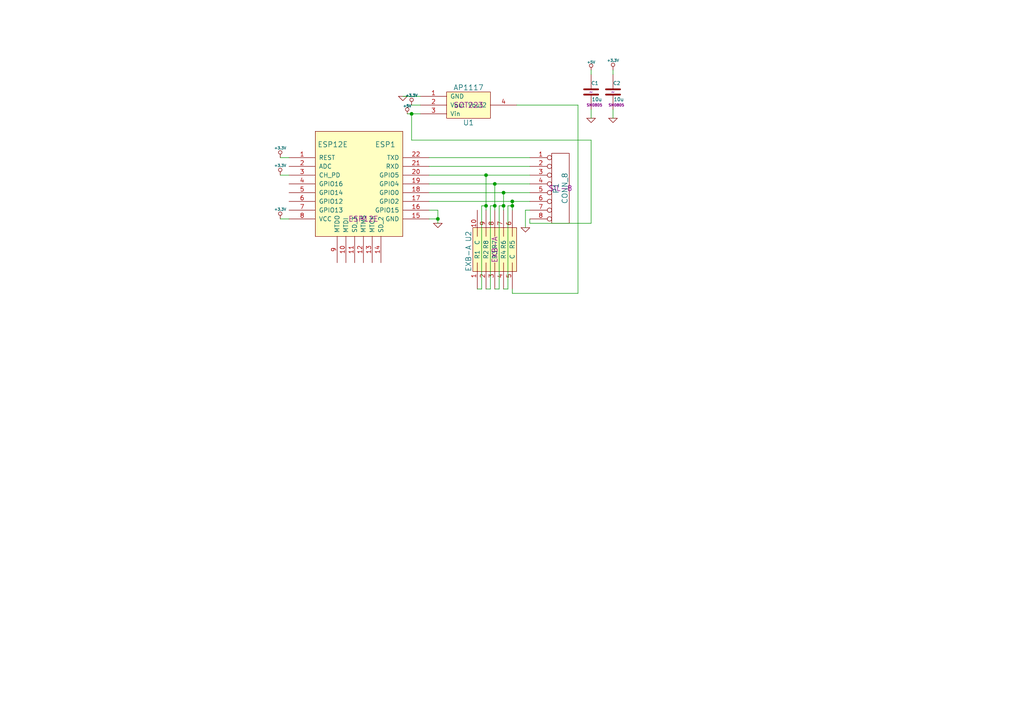
<source format=kicad_sch>
(kicad_sch (version 20230121) (generator eeschema)
  (paper "A4")
  (title_block (title "noname.sch") (date "10 oct 2015"))
  (lib_symbols
    (symbol "esp12e-generics-rescue:+3.3V" (power) (pin_names (offset 0))
      (property "Value" "+3.3V" (at 0 2.794 0))
      (symbol "+3.3V_0_0"
        (pin power_in line (at 0 0 90) (length 0) hide (name "+3.3V") (number "1"))
      )
      (symbol "+3.3V_0_1"
        (polyline (pts (xy 0 0) (xy 0 1.016) (xy 0 1.016)))
        (circle (center 0 1.524) (radius 0.508))
      )
    )
    (symbol "esp12e-generics-rescue:+5V" (power) (pin_names (offset 1.016))
      (property "Value" "+5V" (at 0 2.286 0))
      (symbol "+5V_0_0"
        (pin power_in line (at 0 0 90) (length 0) hide (name "+5V") (number "1"))
      )
      (symbol "+5V_0_1"
        (polyline (pts (xy 0 0) (xy 0 0.762) (xy 0 0.762) (xy 0 0.762)))
        (circle (center 0 1.27) (radius 0.508))
      )
    )
    (symbol "esp12e-generics-rescue:AP1117" (pin_names (offset 1.016))
      (property "Reference" "U" (at 0 5.08 0))
      (property "Value" "AP1117" (at 0 -5.08 0))
      (symbol "AP1117_0_1"
        (rectangle (start -6.35 3.81) (end 6.35 -3.81) (fill (type background)))
      )
      (symbol "AP1117_1_1"
        (pin bidirectional line (at 13.97 -2.54 180) (length 7.62) (name "GND") (number "1"))
        (pin bidirectional line (at 13.97 0 180) (length 7.62) (name "Vout") (number "2"))
        (pin bidirectional line (at 13.97 2.54 180) (length 7.62) (name "Vin") (number "3"))
        (pin bidirectional line (at -13.97 0 0) (length 7.62) (name "Vout2") (number "4"))
      )
    )
    (symbol "esp12e-generics-rescue:C" (pin_numbers hide) (pin_names (offset 0.254))
      (property "Reference" "C" (at 0 2.54 0))
      (property "Value" "C" (at 0.1524 -2.159 0))
      (symbol "C_0_1"
        (polyline (pts (xy -2.032 -0.762) (xy 2.032 -0.762)) (stroke (width 0.508)))
        (polyline (pts (xy -2.032 0.762) (xy 2.032 0.762)) (stroke (width 0.508)))
      )
      (symbol "C_1_1"
        (pin passive line (at 0 5.08 270) (length 4.318) (name "~") (number "1"))
        (pin passive line (at 0 -5.08 90) (length 4.318) (name "~") (number "2"))
      )
    )
    (symbol "esp12e-generics-rescue:CONN_8" (pin_names (offset 1.016) hide)
      (property "Reference" "P" (at -1.27 0 90))
      (property "Value" "CONN_8" (at 1.27 0 90))
      (symbol "CONN_8_0_1"
        (rectangle (start -2.54 10.16) (end 2.54 -10.16))
      )
      (symbol "CONN_8_1_1"
        (pin passive inverted (at -8.89 8.89 0) (length 6.35) (name "P1") (number "1"))
        (pin passive inverted (at -8.89 6.35 0) (length 6.35) (name "P2") (number "2"))
        (pin passive inverted (at -8.89 3.81 0) (length 6.35) (name "P3") (number "3"))
        (pin passive inverted (at -8.89 1.27 0) (length 6.35) (name "P4") (number "4"))
        (pin passive inverted (at -8.89 -1.27 0) (length 6.35) (name "P5") (number "5"))
        (pin passive inverted (at -8.89 -3.81 0) (length 6.35) (name "P6") (number "6"))
        (pin passive inverted (at -8.89 -6.35 0) (length 6.35) (name "P7") (number "7"))
        (pin passive inverted (at -8.89 -8.89 0) (length 6.35) (name "P8") (number "8"))
      )
    )
    (symbol "esp12e-generics-rescue:ESP12E" (pin_names (offset 1.016))
      (property "Reference" "ESP" (at 7.62 15.24 0))
      (property "Value" "ESP12E" (at -7.62 15.24 0))
      (symbol "ESP12E_0_1"
        (rectangle (start -12.7 19.05) (end 12.7 -11.43) (fill (type background)))
      )
      (symbol "ESP12E_1_1"
        (pin input line (at -20.32 11.43 0) (length 7.62) (name "REST") (number "1"))
        (pin input line (at -3.81 -19.05 90) (length 7.62) (name "MTDI") (number "10"))
        (pin input line (at -1.27 -19.05 90) (length 7.62) (name "SD_3") (number "11"))
        (pin input line (at 1.27 -19.05 90) (length 7.62) (name "MTMS") (number "12"))
        (pin input line (at 3.81 -19.05 90) (length 7.62) (name "MTCK") (number "13"))
        (pin input line (at 6.35 -19.05 90) (length 7.62) (name "SD_2") (number "14"))
        (pin input line (at 20.32 -6.35 180) (length 7.62) (name "GND") (number "15"))
        (pin input line (at 20.32 -3.81 180) (length 7.62) (name "GPIO15") (number "16"))
        (pin input line (at 20.32 -1.27 180) (length 7.62) (name "GPIO2") (number "17"))
        (pin input line (at 20.32 1.27 180) (length 7.62) (name "GPIO0") (number "18"))
        (pin input line (at 20.32 3.81 180) (length 7.62) (name "GPIO4") (number "19"))
        (pin input line (at -20.32 8.89 0) (length 7.62) (name "ADC") (number "2"))
        (pin input line (at 20.32 6.35 180) (length 7.62) (name "GPIO5") (number "20"))
        (pin input line (at 20.32 8.89 180) (length 7.62) (name "RXD") (number "21"))
        (pin input line (at 20.32 11.43 180) (length 7.62) (name "TXD") (number "22"))
        (pin input line (at -20.32 6.35 0) (length 7.62) (name "CH_PD") (number "3"))
        (pin input line (at -20.32 3.81 0) (length 7.62) (name "GPIO16") (number "4"))
        (pin input line (at -20.32 1.27 0) (length 7.62) (name "GPIO14") (number "5"))
        (pin input line (at -20.32 -1.27 0) (length 7.62) (name "GPIO12") (number "6"))
        (pin input line (at -20.32 -3.81 0) (length 7.62) (name "GPIO13") (number "7"))
        (pin input line (at -20.32 -6.35 0) (length 7.62) (name "VCC") (number "8"))
        (pin input line (at -6.35 -19.05 90) (length 7.62) (name "MTDO") (number "9"))
      )
    )
    (symbol "esp12e-generics-rescue:EXB-A" (pin_names (offset 1.016))
      (property "Reference" "U" (at 3.81 7.62 0))
      (property "Value" "EXB-A" (at -2.54 7.62 0))
      (symbol "EXB-A_0_1"
        (rectangle (start -6.35 6.35) (end 6.35 -6.35) (fill (type background)))
      )
      (symbol "EXB-A_1_1"
        (pin bidirectional line (at -11.43 5.08 0) (length 7.62) (name "R1") (number "1"))
        (pin bidirectional line (at 11.43 5.08 180) (length 7.62) (name "C") (number "10"))
        (pin bidirectional line (at -11.43 2.54 0) (length 7.62) (name "R2") (number "2"))
        (pin bidirectional line (at -11.43 0 0) (length 7.62) (name "R3") (number "3"))
        (pin bidirectional line (at -11.43 -2.54 0) (length 7.62) (name "R4") (number "4"))
        (pin bidirectional line (at -11.43 -5.08 0) (length 7.62) (name "C") (number "5"))
        (pin bidirectional line (at 11.43 -5.08 180) (length 7.62) (name "R5") (number "6"))
        (pin bidirectional line (at 11.43 -2.54 180) (length 7.62) (name "R6") (number "7"))
        (pin bidirectional line (at 11.43 0 180) (length 7.62) (name "R7") (number "8"))
        (pin bidirectional line (at 11.43 2.54 180) (length 7.62) (name "R8") (number "9"))
      )
    )
    (symbol "esp12e-generics-rescue:GND" (power) (pin_names (offset 0))
      (symbol "GND_0_1"
        (polyline (pts (xy -1.27 0) (xy 0 -1.27) (xy 1.27 0) (xy -1.27 0)))
      )
      (symbol "GND_1_1"
        (pin power_in line (at 0 0 90) (length 0) hide (name "GND") (number "1"))
      )
    )
  )
  (junction (at 143.51 59.69))
  (junction (at 146.05 55.88))
  (junction (at 148.59 59.69))
  (junction (at 148.59 58.42))
  (junction (at 140.97 59.69))
  (junction (at 127 63.5))
  (junction (at 119.38 33.02))
  (junction (at 143.51 53.34))
  (junction (at 140.97 50.8))
  (junction (at 146.05 59.69))
  (wire (pts (xy 153.67 64.77) (xy 153.67 63.5)))
  (wire (pts (xy 144.78 83.82) (xy 143.51 83.82)))
  (wire (pts (xy 127 60.96) (xy 127 63.5)))
  (wire (pts (xy 142.24 59.69) (xy 142.24 83.82)))
  (wire (pts (xy 144.78 59.69) (xy 144.78 83.82)))
  (wire (pts (xy 146.05 59.69) (xy 144.78 59.69)))
  (wire (pts (xy 81.28 50.8) (xy 83.82 50.8)))
  (wire (pts (xy 139.7 59.69) (xy 140.97 59.69)))
  (wire (pts (xy 149.86 30.48) (xy 167.64 30.48)))
  (wire (pts (xy 146.05 55.88) (xy 146.05 59.69)))
  (wire (pts (xy 143.51 53.34) (xy 143.51 59.69)))
  (wire (pts (xy 81.28 45.72) (xy 83.82 45.72)))
  (wire (pts (xy 143.51 59.69) (xy 142.24 59.69)))
  (wire (pts (xy 119.38 33.02) (xy 121.92 33.02)))
  (wire (pts (xy 124.46 58.42) (xy 148.59 58.42)))
  (wire (pts (xy 152.4 66.04) (xy 152.4 60.96)))
  (wire (pts (xy 127 63.5) (xy 124.46 63.5)))
  (wire (pts (xy 119.38 40.64) (xy 171.45 40.64)))
  (wire (pts (xy 124.46 55.88) (xy 146.05 55.88)))
  (wire (pts (xy 148.59 58.42) (xy 153.67 58.42)))
  (wire (pts (xy 119.38 33.02) (xy 119.38 40.64)))
  (wire (pts (xy 146.05 55.88) (xy 153.67 55.88)))
  (wire (pts (xy 140.97 50.8) (xy 140.97 59.69)))
  (wire (pts (xy 116.84 27.94) (xy 121.92 27.94)))
  (wire (pts (xy 140.97 59.69) (xy 140.97 60.96)))
  (wire (pts (xy 177.8 20.32) (xy 177.8 21.59)))
  (wire (pts (xy 127 63.5) (xy 127 64.77)))
  (wire (pts (xy 139.7 83.82) (xy 139.7 59.69)))
  (wire (pts (xy 124.46 48.26) (xy 153.67 48.26)))
  (wire (pts (xy 152.4 60.96) (xy 153.67 60.96)))
  (wire (pts (xy 167.64 85.09) (xy 167.64 30.48)))
  (wire (pts (xy 148.59 85.09) (xy 167.64 85.09)))
  (wire (pts (xy 148.59 59.69) (xy 148.59 60.96)))
  (wire (pts (xy 171.45 34.29) (xy 171.45 31.75)))
  (wire (pts (xy 177.8 34.29) (xy 177.8 31.75)))
  (wire (pts (xy 171.45 20.32) (xy 171.45 21.59)))
  (wire (pts (xy 81.28 63.5) (xy 83.82 63.5)))
  (wire (pts (xy 119.38 30.48) (xy 121.92 30.48)))
  (wire (pts (xy 148.59 85.09) (xy 148.59 83.82)))
  (wire (pts (xy 147.32 83.82) (xy 146.05 83.82)))
  (wire (pts (xy 143.51 59.69) (xy 143.51 60.96)))
  (wire (pts (xy 140.97 50.8) (xy 153.67 50.8)))
  (wire (pts (xy 124.46 53.34) (xy 143.51 53.34)))
  (wire (pts (xy 147.32 59.69) (xy 147.32 83.82)))
  (wire (pts (xy 124.46 50.8) (xy 140.97 50.8)))
  (wire (pts (xy 118.11 33.02) (xy 119.38 33.02)))
  (wire (pts (xy 148.59 59.69) (xy 147.32 59.69)))
  (wire (pts (xy 171.45 40.64) (xy 171.45 64.77)))
  (wire (pts (xy 138.43 83.82) (xy 139.7 83.82)))
  (wire (pts (xy 142.24 83.82) (xy 140.97 83.82)))
  (wire (pts (xy 171.45 64.77) (xy 153.67 64.77)))
  (wire (pts (xy 124.46 60.96) (xy 127 60.96)))
  (wire (pts (xy 143.51 53.34) (xy 153.67 53.34)))
  (wire (pts (xy 146.05 59.69) (xy 146.05 60.96)))
  (wire (pts (xy 148.59 58.42) (xy 148.59 59.69)))
  (wire (pts (xy 153.67 45.72) (xy 124.46 45.72)))
  (symbol (lib_id "esp12e-generics-rescue:ESP12E") (at 104.14 57.15 0) (unit 1)
    (property "Reference" "ESP1" (at 111.76 41.91 0) (effects (font (size 1.524 1.524))))
    (property "Value" "ESP12E" (at 96.52 41.91 0) (effects (font (size 1.524 1.524))))
    (property "Footprint" "ESP12E" (at 105.41 63.5 0) (effects (font (size 1.524 1.524))))
    (property "Datasheet" "~" (at 105.41 63.5 0) (effects (font (size 1.524 1.524))))
  )
  (symbol (lib_id "esp12e-generics-rescue:AP1117") (at 135.89 30.48 180) (unit 1)
    (property "Reference" "U1" (at 135.89 35.56 0) (effects (font (size 1.524 1.524))))
    (property "Value" "AP1117" (at 135.89 25.4 0) (effects (font (size 1.524 1.524))))
    (property "Footprint" "SOT223" (at 135.89 30.48 0) (effects (font (size 1.524 1.524))))
  )
  (symbol (lib_id "esp12e-generics-rescue:+3.3V") (at 81.28 63.5 0) (unit 1)
    (property "Reference" "#PWR01" (effects hide))
    (property "Value" "+3.3V" (at 81.28 60.706 0) (effects (font (size 0.762 0.762))))
  )
  (symbol (lib_id "esp12e-generics-rescue:+3.3V") (at 119.38 30.48 0) (unit 1)
    (property "Reference" "#PWR02" (effects hide))
    (property "Value" "+3.3V" (at 119.38 27.686 0) (effects (font (size 0.762 0.762))))
  )
  (symbol (lib_id "esp12e-generics-rescue:+5V") (at 118.11 33.02 0) (unit 1)
    (property "Reference" "#PWR03" (effects hide))
    (property "Value" "+5V" (at 118.11 30.734 0) (effects (font (size 0.762 0.762))))
  )
  (symbol (lib_id "esp12e-generics-rescue:GND") (at 116.84 27.94 0) (unit 1)
    (property "Reference" "#PWR04" (effects hide))
    (property "Value" "GND" (effects hide))
  )
  (symbol (lib_id "esp12e-generics-rescue:GND") (at 127 64.77 0) (unit 1)
    (property "Reference" "#PWR05" (effects hide))
    (property "Value" "GND" (effects hide))
  )
  (symbol (lib_id "esp12e-generics-rescue:+3.3V") (at 81.28 50.8 0) (unit 1)
    (property "Reference" "#PWR06" (effects hide))
    (property "Value" "+3.3V" (at 81.28 48.006 0) (effects (font (size 0.762 0.762))))
  )
  (symbol (lib_id "esp12e-generics-rescue:+3.3V") (at 81.28 45.72 0) (unit 1)
    (property "Reference" "#PWR07" (effects hide))
    (property "Value" "+3.3V" (at 81.28 42.926 0) (effects (font (size 0.762 0.762))))
  )
  (symbol (lib_id "esp12e-generics-rescue:GND") (at 152.4 66.04 0) (unit 1)
    (property "Reference" "#PWR08" (effects hide))
    (property "Value" "GND" (effects hide))
  )
  (symbol (lib_id "esp12e-generics-rescue:CONN_8") (at 162.56 54.61 0) (unit 1)
    (property "Reference" "P1" (at 161.29 54.61 90) (effects (font (size 1.524 1.524))))
    (property "Value" "CONN_8" (at 163.83 54.61 90) (effects (font (size 1.524 1.524))))
    (property "Footprint" "SIL-8" (at 162.56 54.61 0) (effects (font (size 1.524 1.524))))
  )
  (symbol (lib_id "esp12e-generics-rescue:EXB-A") (at 143.51 72.39 90) (unit 1)
    (property "Reference" "U2" (at 135.89 68.58 0) (effects (font (size 1.524 1.524))))
    (property "Value" "EXB-A" (at 135.89 74.93 0) (effects (font (size 1.524 1.524))))
    (property "Footprint" "EXB-A" (at 143.51 72.39 0) (effects (font (size 1.524 1.524))))
  )
  (symbol (lib_id "esp12e-generics-rescue:C") (at 171.45 26.67 0) (unit 1)
    (property "Reference" "C1" (at 171.45 24.13 0) (effects (font (size 1.016 1.016)) (justify left)))
    (property "Value" "10u" (at 171.6024 28.829 0) (effects (font (size 1.016 1.016)) (justify left)))
    (property "Footprint" "SM0805" (at 172.4152 30.48 0) (effects (font (size 0.762 0.762))))
    (property "Datasheet" "~" (at 171.45 26.67 0) (effects (font (size 1.524 1.524))))
  )
  (symbol (lib_id "esp12e-generics-rescue:C") (at 177.8 26.67 0) (unit 1)
    (property "Reference" "C2" (at 177.8 24.13 0) (effects (font (size 1.016 1.016)) (justify left)))
    (property "Value" "10u" (at 177.9524 28.829 0) (effects (font (size 1.016 1.016)) (justify left)))
    (property "Footprint" "SM0805" (at 178.7652 30.48 0) (effects (font (size 0.762 0.762))))
    (property "Datasheet" "~" (at 177.8 26.67 0) (effects (font (size 1.524 1.524))))
  )
  (symbol (lib_id "esp12e-generics-rescue:+3.3V") (at 177.8 20.32 0) (unit 1)
    (property "Reference" "#PWR09" (effects hide))
    (property "Value" "+3.3V" (at 177.8 17.526 0) (effects (font (size 0.762 0.762))))
  )
  (symbol (lib_id "esp12e-generics-rescue:+5V") (at 171.45 20.32 0) (unit 1)
    (property "Reference" "#PWR010" (effects hide))
    (property "Value" "+5V" (at 171.45 18.034 0) (effects (font (size 0.762 0.762))))
  )
  (symbol (lib_id "esp12e-generics-rescue:GND") (at 171.45 34.29 0) (unit 1)
    (property "Reference" "#PWR011" (effects hide))
    (property "Value" "GND" (effects hide))
  )
  (symbol (lib_id "esp12e-generics-rescue:GND") (at 177.8 34.29 0) (unit 1)
    (property "Reference" "#PWR012" (effects hide))
    (property "Value" "GND" (effects hide))
  )
)
</source>
